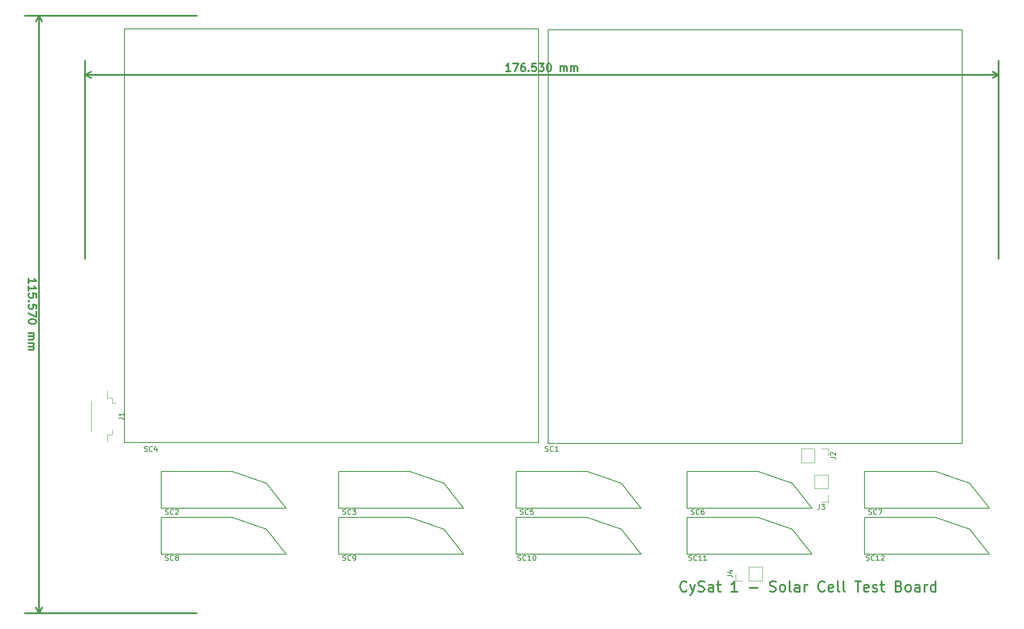
<source format=gbr>
G04 #@! TF.FileFunction,Legend,Top*
%FSLAX46Y46*%
G04 Gerber Fmt 4.6, Leading zero omitted, Abs format (unit mm)*
G04 Created by KiCad (PCBNEW 4.0.7) date Mon Jul  2 20:38:53 2018*
%MOMM*%
%LPD*%
G01*
G04 APERTURE LIST*
%ADD10C,0.100000*%
%ADD11C,0.300000*%
%ADD12C,0.150000*%
%ADD13C,0.120000*%
G04 APERTURE END LIST*
D10*
D11*
X89411429Y-70763573D02*
X89411429Y-69906430D01*
X89411429Y-70335002D02*
X90911429Y-70335002D01*
X90697143Y-70192145D01*
X90554286Y-70049287D01*
X90482857Y-69906430D01*
X89411429Y-72192144D02*
X89411429Y-71335001D01*
X89411429Y-71763573D02*
X90911429Y-71763573D01*
X90697143Y-71620716D01*
X90554286Y-71477858D01*
X90482857Y-71335001D01*
X90911429Y-73549287D02*
X90911429Y-72835001D01*
X90197143Y-72763572D01*
X90268571Y-72835001D01*
X90340000Y-72977858D01*
X90340000Y-73335001D01*
X90268571Y-73477858D01*
X90197143Y-73549287D01*
X90054286Y-73620715D01*
X89697143Y-73620715D01*
X89554286Y-73549287D01*
X89482857Y-73477858D01*
X89411429Y-73335001D01*
X89411429Y-72977858D01*
X89482857Y-72835001D01*
X89554286Y-72763572D01*
X89554286Y-74263572D02*
X89482857Y-74335000D01*
X89411429Y-74263572D01*
X89482857Y-74192143D01*
X89554286Y-74263572D01*
X89411429Y-74263572D01*
X90911429Y-75692144D02*
X90911429Y-74977858D01*
X90197143Y-74906429D01*
X90268571Y-74977858D01*
X90340000Y-75120715D01*
X90340000Y-75477858D01*
X90268571Y-75620715D01*
X90197143Y-75692144D01*
X90054286Y-75763572D01*
X89697143Y-75763572D01*
X89554286Y-75692144D01*
X89482857Y-75620715D01*
X89411429Y-75477858D01*
X89411429Y-75120715D01*
X89482857Y-74977858D01*
X89554286Y-74906429D01*
X90911429Y-76263572D02*
X90911429Y-77263572D01*
X89411429Y-76620715D01*
X90911429Y-78120714D02*
X90911429Y-78263571D01*
X90840000Y-78406428D01*
X90768571Y-78477857D01*
X90625714Y-78549286D01*
X90340000Y-78620714D01*
X89982857Y-78620714D01*
X89697143Y-78549286D01*
X89554286Y-78477857D01*
X89482857Y-78406428D01*
X89411429Y-78263571D01*
X89411429Y-78120714D01*
X89482857Y-77977857D01*
X89554286Y-77906428D01*
X89697143Y-77835000D01*
X89982857Y-77763571D01*
X90340000Y-77763571D01*
X90625714Y-77835000D01*
X90768571Y-77906428D01*
X90840000Y-77977857D01*
X90911429Y-78120714D01*
X89411429Y-80406428D02*
X90411429Y-80406428D01*
X90268571Y-80406428D02*
X90340000Y-80477856D01*
X90411429Y-80620714D01*
X90411429Y-80834999D01*
X90340000Y-80977856D01*
X90197143Y-81049285D01*
X89411429Y-81049285D01*
X90197143Y-81049285D02*
X90340000Y-81120714D01*
X90411429Y-81263571D01*
X90411429Y-81477856D01*
X90340000Y-81620714D01*
X90197143Y-81692142D01*
X89411429Y-81692142D01*
X89411429Y-82406428D02*
X90411429Y-82406428D01*
X90268571Y-82406428D02*
X90340000Y-82477856D01*
X90411429Y-82620714D01*
X90411429Y-82834999D01*
X90340000Y-82977856D01*
X90197143Y-83049285D01*
X89411429Y-83049285D01*
X90197143Y-83049285D02*
X90340000Y-83120714D01*
X90411429Y-83263571D01*
X90411429Y-83477856D01*
X90340000Y-83620714D01*
X90197143Y-83692142D01*
X89411429Y-83692142D01*
X91440000Y-19050000D02*
X91440000Y-134620000D01*
X121920000Y-19050000D02*
X88740000Y-19050000D01*
X121920000Y-134620000D02*
X88740000Y-134620000D01*
X91440000Y-134620000D02*
X90853579Y-133493496D01*
X91440000Y-134620000D02*
X92026421Y-133493496D01*
X91440000Y-19050000D02*
X90853579Y-20176504D01*
X91440000Y-19050000D02*
X92026421Y-20176504D01*
X182523573Y-29808571D02*
X181666430Y-29808571D01*
X182095002Y-29808571D02*
X182095002Y-28308571D01*
X181952145Y-28522857D01*
X181809287Y-28665714D01*
X181666430Y-28737143D01*
X183023573Y-28308571D02*
X184023573Y-28308571D01*
X183380716Y-29808571D01*
X185237858Y-28308571D02*
X184952144Y-28308571D01*
X184809287Y-28380000D01*
X184737858Y-28451429D01*
X184595001Y-28665714D01*
X184523572Y-28951429D01*
X184523572Y-29522857D01*
X184595001Y-29665714D01*
X184666429Y-29737143D01*
X184809287Y-29808571D01*
X185095001Y-29808571D01*
X185237858Y-29737143D01*
X185309287Y-29665714D01*
X185380715Y-29522857D01*
X185380715Y-29165714D01*
X185309287Y-29022857D01*
X185237858Y-28951429D01*
X185095001Y-28880000D01*
X184809287Y-28880000D01*
X184666429Y-28951429D01*
X184595001Y-29022857D01*
X184523572Y-29165714D01*
X186023572Y-29665714D02*
X186095000Y-29737143D01*
X186023572Y-29808571D01*
X185952143Y-29737143D01*
X186023572Y-29665714D01*
X186023572Y-29808571D01*
X187452144Y-28308571D02*
X186737858Y-28308571D01*
X186666429Y-29022857D01*
X186737858Y-28951429D01*
X186880715Y-28880000D01*
X187237858Y-28880000D01*
X187380715Y-28951429D01*
X187452144Y-29022857D01*
X187523572Y-29165714D01*
X187523572Y-29522857D01*
X187452144Y-29665714D01*
X187380715Y-29737143D01*
X187237858Y-29808571D01*
X186880715Y-29808571D01*
X186737858Y-29737143D01*
X186666429Y-29665714D01*
X188023572Y-28308571D02*
X188952143Y-28308571D01*
X188452143Y-28880000D01*
X188666429Y-28880000D01*
X188809286Y-28951429D01*
X188880715Y-29022857D01*
X188952143Y-29165714D01*
X188952143Y-29522857D01*
X188880715Y-29665714D01*
X188809286Y-29737143D01*
X188666429Y-29808571D01*
X188237857Y-29808571D01*
X188095000Y-29737143D01*
X188023572Y-29665714D01*
X189880714Y-28308571D02*
X190023571Y-28308571D01*
X190166428Y-28380000D01*
X190237857Y-28451429D01*
X190309286Y-28594286D01*
X190380714Y-28880000D01*
X190380714Y-29237143D01*
X190309286Y-29522857D01*
X190237857Y-29665714D01*
X190166428Y-29737143D01*
X190023571Y-29808571D01*
X189880714Y-29808571D01*
X189737857Y-29737143D01*
X189666428Y-29665714D01*
X189595000Y-29522857D01*
X189523571Y-29237143D01*
X189523571Y-28880000D01*
X189595000Y-28594286D01*
X189666428Y-28451429D01*
X189737857Y-28380000D01*
X189880714Y-28308571D01*
X192166428Y-29808571D02*
X192166428Y-28808571D01*
X192166428Y-28951429D02*
X192237856Y-28880000D01*
X192380714Y-28808571D01*
X192594999Y-28808571D01*
X192737856Y-28880000D01*
X192809285Y-29022857D01*
X192809285Y-29808571D01*
X192809285Y-29022857D02*
X192880714Y-28880000D01*
X193023571Y-28808571D01*
X193237856Y-28808571D01*
X193380714Y-28880000D01*
X193452142Y-29022857D01*
X193452142Y-29808571D01*
X194166428Y-29808571D02*
X194166428Y-28808571D01*
X194166428Y-28951429D02*
X194237856Y-28880000D01*
X194380714Y-28808571D01*
X194594999Y-28808571D01*
X194737856Y-28880000D01*
X194809285Y-29022857D01*
X194809285Y-29808571D01*
X194809285Y-29022857D02*
X194880714Y-28880000D01*
X195023571Y-28808571D01*
X195237856Y-28808571D01*
X195380714Y-28880000D01*
X195452142Y-29022857D01*
X195452142Y-29808571D01*
X276860000Y-30480000D02*
X100330000Y-30480000D01*
X276860000Y-66040000D02*
X276860000Y-27780000D01*
X100330000Y-66040000D02*
X100330000Y-27780000D01*
X100330000Y-30480000D02*
X101456504Y-29893579D01*
X100330000Y-30480000D02*
X101456504Y-31066421D01*
X276860000Y-30480000D02*
X275733496Y-29893579D01*
X276860000Y-30480000D02*
X275733496Y-31066421D01*
X216553808Y-130254286D02*
X216458570Y-130349524D01*
X216172855Y-130444762D01*
X215982379Y-130444762D01*
X215696665Y-130349524D01*
X215506189Y-130159048D01*
X215410950Y-129968571D01*
X215315712Y-129587619D01*
X215315712Y-129301905D01*
X215410950Y-128920952D01*
X215506189Y-128730476D01*
X215696665Y-128540000D01*
X215982379Y-128444762D01*
X216172855Y-128444762D01*
X216458570Y-128540000D01*
X216553808Y-128635238D01*
X217220474Y-129111429D02*
X217696665Y-130444762D01*
X218172855Y-129111429D02*
X217696665Y-130444762D01*
X217506189Y-130920952D01*
X217410950Y-131016190D01*
X217220474Y-131111429D01*
X218839522Y-130349524D02*
X219125237Y-130444762D01*
X219601427Y-130444762D01*
X219791903Y-130349524D01*
X219887141Y-130254286D01*
X219982380Y-130063810D01*
X219982380Y-129873333D01*
X219887141Y-129682857D01*
X219791903Y-129587619D01*
X219601427Y-129492381D01*
X219220475Y-129397143D01*
X219029999Y-129301905D01*
X218934760Y-129206667D01*
X218839522Y-129016190D01*
X218839522Y-128825714D01*
X218934760Y-128635238D01*
X219029999Y-128540000D01*
X219220475Y-128444762D01*
X219696665Y-128444762D01*
X219982380Y-128540000D01*
X221696665Y-130444762D02*
X221696665Y-129397143D01*
X221601427Y-129206667D01*
X221410951Y-129111429D01*
X221029999Y-129111429D01*
X220839522Y-129206667D01*
X221696665Y-130349524D02*
X221506189Y-130444762D01*
X221029999Y-130444762D01*
X220839522Y-130349524D01*
X220744284Y-130159048D01*
X220744284Y-129968571D01*
X220839522Y-129778095D01*
X221029999Y-129682857D01*
X221506189Y-129682857D01*
X221696665Y-129587619D01*
X222363332Y-129111429D02*
X223125237Y-129111429D01*
X222649046Y-128444762D02*
X222649046Y-130159048D01*
X222744285Y-130349524D01*
X222934761Y-130444762D01*
X223125237Y-130444762D01*
X226363333Y-130444762D02*
X225220475Y-130444762D01*
X225791904Y-130444762D02*
X225791904Y-128444762D01*
X225601428Y-128730476D01*
X225410952Y-128920952D01*
X225220475Y-129016190D01*
X228744285Y-129682857D02*
X230268095Y-129682857D01*
X232649047Y-130349524D02*
X232934762Y-130444762D01*
X233410952Y-130444762D01*
X233601428Y-130349524D01*
X233696666Y-130254286D01*
X233791905Y-130063810D01*
X233791905Y-129873333D01*
X233696666Y-129682857D01*
X233601428Y-129587619D01*
X233410952Y-129492381D01*
X233030000Y-129397143D01*
X232839524Y-129301905D01*
X232744285Y-129206667D01*
X232649047Y-129016190D01*
X232649047Y-128825714D01*
X232744285Y-128635238D01*
X232839524Y-128540000D01*
X233030000Y-128444762D01*
X233506190Y-128444762D01*
X233791905Y-128540000D01*
X234934762Y-130444762D02*
X234744286Y-130349524D01*
X234649047Y-130254286D01*
X234553809Y-130063810D01*
X234553809Y-129492381D01*
X234649047Y-129301905D01*
X234744286Y-129206667D01*
X234934762Y-129111429D01*
X235220476Y-129111429D01*
X235410952Y-129206667D01*
X235506190Y-129301905D01*
X235601428Y-129492381D01*
X235601428Y-130063810D01*
X235506190Y-130254286D01*
X235410952Y-130349524D01*
X235220476Y-130444762D01*
X234934762Y-130444762D01*
X236744286Y-130444762D02*
X236553810Y-130349524D01*
X236458571Y-130159048D01*
X236458571Y-128444762D01*
X238363333Y-130444762D02*
X238363333Y-129397143D01*
X238268095Y-129206667D01*
X238077619Y-129111429D01*
X237696667Y-129111429D01*
X237506190Y-129206667D01*
X238363333Y-130349524D02*
X238172857Y-130444762D01*
X237696667Y-130444762D01*
X237506190Y-130349524D01*
X237410952Y-130159048D01*
X237410952Y-129968571D01*
X237506190Y-129778095D01*
X237696667Y-129682857D01*
X238172857Y-129682857D01*
X238363333Y-129587619D01*
X239315714Y-130444762D02*
X239315714Y-129111429D01*
X239315714Y-129492381D02*
X239410953Y-129301905D01*
X239506191Y-129206667D01*
X239696667Y-129111429D01*
X239887143Y-129111429D01*
X243220477Y-130254286D02*
X243125239Y-130349524D01*
X242839524Y-130444762D01*
X242649048Y-130444762D01*
X242363334Y-130349524D01*
X242172858Y-130159048D01*
X242077619Y-129968571D01*
X241982381Y-129587619D01*
X241982381Y-129301905D01*
X242077619Y-128920952D01*
X242172858Y-128730476D01*
X242363334Y-128540000D01*
X242649048Y-128444762D01*
X242839524Y-128444762D01*
X243125239Y-128540000D01*
X243220477Y-128635238D01*
X244839524Y-130349524D02*
X244649048Y-130444762D01*
X244268096Y-130444762D01*
X244077619Y-130349524D01*
X243982381Y-130159048D01*
X243982381Y-129397143D01*
X244077619Y-129206667D01*
X244268096Y-129111429D01*
X244649048Y-129111429D01*
X244839524Y-129206667D01*
X244934762Y-129397143D01*
X244934762Y-129587619D01*
X243982381Y-129778095D01*
X246077620Y-130444762D02*
X245887144Y-130349524D01*
X245791905Y-130159048D01*
X245791905Y-128444762D01*
X247125239Y-130444762D02*
X246934763Y-130349524D01*
X246839524Y-130159048D01*
X246839524Y-128444762D01*
X249125239Y-128444762D02*
X250268096Y-128444762D01*
X249696668Y-130444762D02*
X249696668Y-128444762D01*
X251696668Y-130349524D02*
X251506192Y-130444762D01*
X251125240Y-130444762D01*
X250934763Y-130349524D01*
X250839525Y-130159048D01*
X250839525Y-129397143D01*
X250934763Y-129206667D01*
X251125240Y-129111429D01*
X251506192Y-129111429D01*
X251696668Y-129206667D01*
X251791906Y-129397143D01*
X251791906Y-129587619D01*
X250839525Y-129778095D01*
X252553811Y-130349524D02*
X252744288Y-130444762D01*
X253125240Y-130444762D01*
X253315716Y-130349524D01*
X253410954Y-130159048D01*
X253410954Y-130063810D01*
X253315716Y-129873333D01*
X253125240Y-129778095D01*
X252839526Y-129778095D01*
X252649049Y-129682857D01*
X252553811Y-129492381D01*
X252553811Y-129397143D01*
X252649049Y-129206667D01*
X252839526Y-129111429D01*
X253125240Y-129111429D01*
X253315716Y-129206667D01*
X253982383Y-129111429D02*
X254744288Y-129111429D01*
X254268097Y-128444762D02*
X254268097Y-130159048D01*
X254363336Y-130349524D01*
X254553812Y-130444762D01*
X254744288Y-130444762D01*
X257601431Y-129397143D02*
X257887145Y-129492381D01*
X257982384Y-129587619D01*
X258077622Y-129778095D01*
X258077622Y-130063810D01*
X257982384Y-130254286D01*
X257887145Y-130349524D01*
X257696669Y-130444762D01*
X256934764Y-130444762D01*
X256934764Y-128444762D01*
X257601431Y-128444762D01*
X257791907Y-128540000D01*
X257887145Y-128635238D01*
X257982384Y-128825714D01*
X257982384Y-129016190D01*
X257887145Y-129206667D01*
X257791907Y-129301905D01*
X257601431Y-129397143D01*
X256934764Y-129397143D01*
X259220479Y-130444762D02*
X259030003Y-130349524D01*
X258934764Y-130254286D01*
X258839526Y-130063810D01*
X258839526Y-129492381D01*
X258934764Y-129301905D01*
X259030003Y-129206667D01*
X259220479Y-129111429D01*
X259506193Y-129111429D01*
X259696669Y-129206667D01*
X259791907Y-129301905D01*
X259887145Y-129492381D01*
X259887145Y-130063810D01*
X259791907Y-130254286D01*
X259696669Y-130349524D01*
X259506193Y-130444762D01*
X259220479Y-130444762D01*
X261601431Y-130444762D02*
X261601431Y-129397143D01*
X261506193Y-129206667D01*
X261315717Y-129111429D01*
X260934765Y-129111429D01*
X260744288Y-129206667D01*
X261601431Y-130349524D02*
X261410955Y-130444762D01*
X260934765Y-130444762D01*
X260744288Y-130349524D01*
X260649050Y-130159048D01*
X260649050Y-129968571D01*
X260744288Y-129778095D01*
X260934765Y-129682857D01*
X261410955Y-129682857D01*
X261601431Y-129587619D01*
X262553812Y-130444762D02*
X262553812Y-129111429D01*
X262553812Y-129492381D02*
X262649051Y-129301905D01*
X262744289Y-129206667D01*
X262934765Y-129111429D01*
X263125241Y-129111429D01*
X264649050Y-130444762D02*
X264649050Y-128444762D01*
X264649050Y-130349524D02*
X264458574Y-130444762D01*
X264077622Y-130444762D01*
X263887146Y-130349524D01*
X263791907Y-130254286D01*
X263696669Y-130063810D01*
X263696669Y-129492381D01*
X263791907Y-129301905D01*
X263887146Y-129206667D01*
X264077622Y-129111429D01*
X264458574Y-129111429D01*
X264649050Y-129206667D01*
D12*
X189788800Y-101803200D02*
X189788800Y-21793200D01*
X189788800Y-21793200D02*
X269798800Y-21793200D01*
X269798800Y-21793200D02*
X269798800Y-101803200D01*
X269798800Y-101803200D02*
X189788800Y-101803200D01*
X115062000Y-114300000D02*
X115062000Y-107188000D01*
X115062000Y-107188000D02*
X128778000Y-107188000D01*
X128778000Y-107188000D02*
X135382000Y-109474000D01*
X135382000Y-109474000D02*
X139192000Y-114300000D01*
X139192000Y-114300000D02*
X115062000Y-114300000D01*
X149352000Y-114300000D02*
X149352000Y-107188000D01*
X149352000Y-107188000D02*
X163068000Y-107188000D01*
X163068000Y-107188000D02*
X169672000Y-109474000D01*
X169672000Y-109474000D02*
X173482000Y-114300000D01*
X173482000Y-114300000D02*
X149352000Y-114300000D01*
X107950000Y-101600000D02*
X107950000Y-21590000D01*
X107950000Y-21590000D02*
X187960000Y-21590000D01*
X187960000Y-21590000D02*
X187960000Y-101600000D01*
X187960000Y-101600000D02*
X107950000Y-101600000D01*
X183642000Y-114300000D02*
X183642000Y-107188000D01*
X183642000Y-107188000D02*
X197358000Y-107188000D01*
X197358000Y-107188000D02*
X203962000Y-109474000D01*
X203962000Y-109474000D02*
X207772000Y-114300000D01*
X207772000Y-114300000D02*
X183642000Y-114300000D01*
X216662000Y-114300000D02*
X216662000Y-107188000D01*
X216662000Y-107188000D02*
X230378000Y-107188000D01*
X230378000Y-107188000D02*
X236982000Y-109474000D01*
X236982000Y-109474000D02*
X240792000Y-114300000D01*
X240792000Y-114300000D02*
X216662000Y-114300000D01*
X250952000Y-114300000D02*
X250952000Y-107188000D01*
X250952000Y-107188000D02*
X264668000Y-107188000D01*
X264668000Y-107188000D02*
X271272000Y-109474000D01*
X271272000Y-109474000D02*
X275082000Y-114300000D01*
X275082000Y-114300000D02*
X250952000Y-114300000D01*
X115062000Y-123190000D02*
X115062000Y-116078000D01*
X115062000Y-116078000D02*
X128778000Y-116078000D01*
X128778000Y-116078000D02*
X135382000Y-118364000D01*
X135382000Y-118364000D02*
X139192000Y-123190000D01*
X139192000Y-123190000D02*
X115062000Y-123190000D01*
X149352000Y-123190000D02*
X149352000Y-116078000D01*
X149352000Y-116078000D02*
X163068000Y-116078000D01*
X163068000Y-116078000D02*
X169672000Y-118364000D01*
X169672000Y-118364000D02*
X173482000Y-123190000D01*
X173482000Y-123190000D02*
X149352000Y-123190000D01*
X183642000Y-123190000D02*
X183642000Y-116078000D01*
X183642000Y-116078000D02*
X197358000Y-116078000D01*
X197358000Y-116078000D02*
X203962000Y-118364000D01*
X203962000Y-118364000D02*
X207772000Y-123190000D01*
X207772000Y-123190000D02*
X183642000Y-123190000D01*
X216662000Y-123190000D02*
X216662000Y-116078000D01*
X216662000Y-116078000D02*
X230378000Y-116078000D01*
X230378000Y-116078000D02*
X236982000Y-118364000D01*
X236982000Y-118364000D02*
X240792000Y-123190000D01*
X240792000Y-123190000D02*
X216662000Y-123190000D01*
X250952000Y-123190000D02*
X250952000Y-116078000D01*
X250952000Y-116078000D02*
X264668000Y-116078000D01*
X264668000Y-116078000D02*
X271272000Y-118364000D01*
X271272000Y-118364000D02*
X275082000Y-123190000D01*
X275082000Y-123190000D02*
X250952000Y-123190000D01*
D13*
X243900000Y-107890000D02*
X241240000Y-107890000D01*
X243900000Y-110490000D02*
X243900000Y-107890000D01*
X241240000Y-110490000D02*
X241240000Y-107890000D01*
X243900000Y-110490000D02*
X241240000Y-110490000D01*
X243900000Y-111760000D02*
X243900000Y-113090000D01*
X243900000Y-113090000D02*
X242570000Y-113090000D01*
X231200000Y-128330000D02*
X231200000Y-125670000D01*
X228600000Y-128330000D02*
X231200000Y-128330000D01*
X228600000Y-125670000D02*
X231200000Y-125670000D01*
X228600000Y-128330000D02*
X228600000Y-125670000D01*
X227330000Y-128330000D02*
X226000000Y-128330000D01*
X226000000Y-128330000D02*
X226000000Y-127000000D01*
X105515000Y-99095000D02*
X105515000Y-100045000D01*
X105515000Y-100045000D02*
X104615000Y-100045000D01*
X104615000Y-100045000D02*
X104615000Y-101545000D01*
X105515000Y-93945000D02*
X105515000Y-92995000D01*
X105515000Y-92995000D02*
X104615000Y-92995000D01*
X104615000Y-92995000D02*
X104615000Y-91495000D01*
X101515000Y-93545000D02*
X101515000Y-99495000D01*
X105515000Y-93945000D02*
X106265000Y-93945000D01*
X238700000Y-102810000D02*
X238700000Y-105470000D01*
X241300000Y-102810000D02*
X238700000Y-102810000D01*
X241300000Y-105470000D02*
X238700000Y-105470000D01*
X241300000Y-102810000D02*
X241300000Y-105470000D01*
X242570000Y-102810000D02*
X243900000Y-102810000D01*
X243900000Y-102810000D02*
X243900000Y-104140000D01*
D12*
X189238095Y-103274762D02*
X189380952Y-103322381D01*
X189619048Y-103322381D01*
X189714286Y-103274762D01*
X189761905Y-103227143D01*
X189809524Y-103131905D01*
X189809524Y-103036667D01*
X189761905Y-102941429D01*
X189714286Y-102893810D01*
X189619048Y-102846190D01*
X189428571Y-102798571D01*
X189333333Y-102750952D01*
X189285714Y-102703333D01*
X189238095Y-102608095D01*
X189238095Y-102512857D01*
X189285714Y-102417619D01*
X189333333Y-102370000D01*
X189428571Y-102322381D01*
X189666667Y-102322381D01*
X189809524Y-102370000D01*
X190809524Y-103227143D02*
X190761905Y-103274762D01*
X190619048Y-103322381D01*
X190523810Y-103322381D01*
X190380952Y-103274762D01*
X190285714Y-103179524D01*
X190238095Y-103084286D01*
X190190476Y-102893810D01*
X190190476Y-102750952D01*
X190238095Y-102560476D01*
X190285714Y-102465238D01*
X190380952Y-102370000D01*
X190523810Y-102322381D01*
X190619048Y-102322381D01*
X190761905Y-102370000D01*
X190809524Y-102417619D01*
X191761905Y-103322381D02*
X191190476Y-103322381D01*
X191476190Y-103322381D02*
X191476190Y-102322381D01*
X191380952Y-102465238D01*
X191285714Y-102560476D01*
X191190476Y-102608095D01*
X115832095Y-115466762D02*
X115974952Y-115514381D01*
X116213048Y-115514381D01*
X116308286Y-115466762D01*
X116355905Y-115419143D01*
X116403524Y-115323905D01*
X116403524Y-115228667D01*
X116355905Y-115133429D01*
X116308286Y-115085810D01*
X116213048Y-115038190D01*
X116022571Y-114990571D01*
X115927333Y-114942952D01*
X115879714Y-114895333D01*
X115832095Y-114800095D01*
X115832095Y-114704857D01*
X115879714Y-114609619D01*
X115927333Y-114562000D01*
X116022571Y-114514381D01*
X116260667Y-114514381D01*
X116403524Y-114562000D01*
X117403524Y-115419143D02*
X117355905Y-115466762D01*
X117213048Y-115514381D01*
X117117810Y-115514381D01*
X116974952Y-115466762D01*
X116879714Y-115371524D01*
X116832095Y-115276286D01*
X116784476Y-115085810D01*
X116784476Y-114942952D01*
X116832095Y-114752476D01*
X116879714Y-114657238D01*
X116974952Y-114562000D01*
X117117810Y-114514381D01*
X117213048Y-114514381D01*
X117355905Y-114562000D01*
X117403524Y-114609619D01*
X117784476Y-114609619D02*
X117832095Y-114562000D01*
X117927333Y-114514381D01*
X118165429Y-114514381D01*
X118260667Y-114562000D01*
X118308286Y-114609619D01*
X118355905Y-114704857D01*
X118355905Y-114800095D01*
X118308286Y-114942952D01*
X117736857Y-115514381D01*
X118355905Y-115514381D01*
X150122095Y-115466762D02*
X150264952Y-115514381D01*
X150503048Y-115514381D01*
X150598286Y-115466762D01*
X150645905Y-115419143D01*
X150693524Y-115323905D01*
X150693524Y-115228667D01*
X150645905Y-115133429D01*
X150598286Y-115085810D01*
X150503048Y-115038190D01*
X150312571Y-114990571D01*
X150217333Y-114942952D01*
X150169714Y-114895333D01*
X150122095Y-114800095D01*
X150122095Y-114704857D01*
X150169714Y-114609619D01*
X150217333Y-114562000D01*
X150312571Y-114514381D01*
X150550667Y-114514381D01*
X150693524Y-114562000D01*
X151693524Y-115419143D02*
X151645905Y-115466762D01*
X151503048Y-115514381D01*
X151407810Y-115514381D01*
X151264952Y-115466762D01*
X151169714Y-115371524D01*
X151122095Y-115276286D01*
X151074476Y-115085810D01*
X151074476Y-114942952D01*
X151122095Y-114752476D01*
X151169714Y-114657238D01*
X151264952Y-114562000D01*
X151407810Y-114514381D01*
X151503048Y-114514381D01*
X151645905Y-114562000D01*
X151693524Y-114609619D01*
X152026857Y-114514381D02*
X152645905Y-114514381D01*
X152312571Y-114895333D01*
X152455429Y-114895333D01*
X152550667Y-114942952D01*
X152598286Y-114990571D01*
X152645905Y-115085810D01*
X152645905Y-115323905D01*
X152598286Y-115419143D01*
X152550667Y-115466762D01*
X152455429Y-115514381D01*
X152169714Y-115514381D01*
X152074476Y-115466762D01*
X152026857Y-115419143D01*
X111768095Y-103274762D02*
X111910952Y-103322381D01*
X112149048Y-103322381D01*
X112244286Y-103274762D01*
X112291905Y-103227143D01*
X112339524Y-103131905D01*
X112339524Y-103036667D01*
X112291905Y-102941429D01*
X112244286Y-102893810D01*
X112149048Y-102846190D01*
X111958571Y-102798571D01*
X111863333Y-102750952D01*
X111815714Y-102703333D01*
X111768095Y-102608095D01*
X111768095Y-102512857D01*
X111815714Y-102417619D01*
X111863333Y-102370000D01*
X111958571Y-102322381D01*
X112196667Y-102322381D01*
X112339524Y-102370000D01*
X113339524Y-103227143D02*
X113291905Y-103274762D01*
X113149048Y-103322381D01*
X113053810Y-103322381D01*
X112910952Y-103274762D01*
X112815714Y-103179524D01*
X112768095Y-103084286D01*
X112720476Y-102893810D01*
X112720476Y-102750952D01*
X112768095Y-102560476D01*
X112815714Y-102465238D01*
X112910952Y-102370000D01*
X113053810Y-102322381D01*
X113149048Y-102322381D01*
X113291905Y-102370000D01*
X113339524Y-102417619D01*
X114196667Y-102655714D02*
X114196667Y-103322381D01*
X113958571Y-102274762D02*
X113720476Y-102989048D01*
X114339524Y-102989048D01*
X184412095Y-115466762D02*
X184554952Y-115514381D01*
X184793048Y-115514381D01*
X184888286Y-115466762D01*
X184935905Y-115419143D01*
X184983524Y-115323905D01*
X184983524Y-115228667D01*
X184935905Y-115133429D01*
X184888286Y-115085810D01*
X184793048Y-115038190D01*
X184602571Y-114990571D01*
X184507333Y-114942952D01*
X184459714Y-114895333D01*
X184412095Y-114800095D01*
X184412095Y-114704857D01*
X184459714Y-114609619D01*
X184507333Y-114562000D01*
X184602571Y-114514381D01*
X184840667Y-114514381D01*
X184983524Y-114562000D01*
X185983524Y-115419143D02*
X185935905Y-115466762D01*
X185793048Y-115514381D01*
X185697810Y-115514381D01*
X185554952Y-115466762D01*
X185459714Y-115371524D01*
X185412095Y-115276286D01*
X185364476Y-115085810D01*
X185364476Y-114942952D01*
X185412095Y-114752476D01*
X185459714Y-114657238D01*
X185554952Y-114562000D01*
X185697810Y-114514381D01*
X185793048Y-114514381D01*
X185935905Y-114562000D01*
X185983524Y-114609619D01*
X186888286Y-114514381D02*
X186412095Y-114514381D01*
X186364476Y-114990571D01*
X186412095Y-114942952D01*
X186507333Y-114895333D01*
X186745429Y-114895333D01*
X186840667Y-114942952D01*
X186888286Y-114990571D01*
X186935905Y-115085810D01*
X186935905Y-115323905D01*
X186888286Y-115419143D01*
X186840667Y-115466762D01*
X186745429Y-115514381D01*
X186507333Y-115514381D01*
X186412095Y-115466762D01*
X186364476Y-115419143D01*
X217432095Y-115466762D02*
X217574952Y-115514381D01*
X217813048Y-115514381D01*
X217908286Y-115466762D01*
X217955905Y-115419143D01*
X218003524Y-115323905D01*
X218003524Y-115228667D01*
X217955905Y-115133429D01*
X217908286Y-115085810D01*
X217813048Y-115038190D01*
X217622571Y-114990571D01*
X217527333Y-114942952D01*
X217479714Y-114895333D01*
X217432095Y-114800095D01*
X217432095Y-114704857D01*
X217479714Y-114609619D01*
X217527333Y-114562000D01*
X217622571Y-114514381D01*
X217860667Y-114514381D01*
X218003524Y-114562000D01*
X219003524Y-115419143D02*
X218955905Y-115466762D01*
X218813048Y-115514381D01*
X218717810Y-115514381D01*
X218574952Y-115466762D01*
X218479714Y-115371524D01*
X218432095Y-115276286D01*
X218384476Y-115085810D01*
X218384476Y-114942952D01*
X218432095Y-114752476D01*
X218479714Y-114657238D01*
X218574952Y-114562000D01*
X218717810Y-114514381D01*
X218813048Y-114514381D01*
X218955905Y-114562000D01*
X219003524Y-114609619D01*
X219860667Y-114514381D02*
X219670190Y-114514381D01*
X219574952Y-114562000D01*
X219527333Y-114609619D01*
X219432095Y-114752476D01*
X219384476Y-114942952D01*
X219384476Y-115323905D01*
X219432095Y-115419143D01*
X219479714Y-115466762D01*
X219574952Y-115514381D01*
X219765429Y-115514381D01*
X219860667Y-115466762D01*
X219908286Y-115419143D01*
X219955905Y-115323905D01*
X219955905Y-115085810D01*
X219908286Y-114990571D01*
X219860667Y-114942952D01*
X219765429Y-114895333D01*
X219574952Y-114895333D01*
X219479714Y-114942952D01*
X219432095Y-114990571D01*
X219384476Y-115085810D01*
X251722095Y-115466762D02*
X251864952Y-115514381D01*
X252103048Y-115514381D01*
X252198286Y-115466762D01*
X252245905Y-115419143D01*
X252293524Y-115323905D01*
X252293524Y-115228667D01*
X252245905Y-115133429D01*
X252198286Y-115085810D01*
X252103048Y-115038190D01*
X251912571Y-114990571D01*
X251817333Y-114942952D01*
X251769714Y-114895333D01*
X251722095Y-114800095D01*
X251722095Y-114704857D01*
X251769714Y-114609619D01*
X251817333Y-114562000D01*
X251912571Y-114514381D01*
X252150667Y-114514381D01*
X252293524Y-114562000D01*
X253293524Y-115419143D02*
X253245905Y-115466762D01*
X253103048Y-115514381D01*
X253007810Y-115514381D01*
X252864952Y-115466762D01*
X252769714Y-115371524D01*
X252722095Y-115276286D01*
X252674476Y-115085810D01*
X252674476Y-114942952D01*
X252722095Y-114752476D01*
X252769714Y-114657238D01*
X252864952Y-114562000D01*
X253007810Y-114514381D01*
X253103048Y-114514381D01*
X253245905Y-114562000D01*
X253293524Y-114609619D01*
X253626857Y-114514381D02*
X254293524Y-114514381D01*
X253864952Y-115514381D01*
X115832095Y-124356762D02*
X115974952Y-124404381D01*
X116213048Y-124404381D01*
X116308286Y-124356762D01*
X116355905Y-124309143D01*
X116403524Y-124213905D01*
X116403524Y-124118667D01*
X116355905Y-124023429D01*
X116308286Y-123975810D01*
X116213048Y-123928190D01*
X116022571Y-123880571D01*
X115927333Y-123832952D01*
X115879714Y-123785333D01*
X115832095Y-123690095D01*
X115832095Y-123594857D01*
X115879714Y-123499619D01*
X115927333Y-123452000D01*
X116022571Y-123404381D01*
X116260667Y-123404381D01*
X116403524Y-123452000D01*
X117403524Y-124309143D02*
X117355905Y-124356762D01*
X117213048Y-124404381D01*
X117117810Y-124404381D01*
X116974952Y-124356762D01*
X116879714Y-124261524D01*
X116832095Y-124166286D01*
X116784476Y-123975810D01*
X116784476Y-123832952D01*
X116832095Y-123642476D01*
X116879714Y-123547238D01*
X116974952Y-123452000D01*
X117117810Y-123404381D01*
X117213048Y-123404381D01*
X117355905Y-123452000D01*
X117403524Y-123499619D01*
X117974952Y-123832952D02*
X117879714Y-123785333D01*
X117832095Y-123737714D01*
X117784476Y-123642476D01*
X117784476Y-123594857D01*
X117832095Y-123499619D01*
X117879714Y-123452000D01*
X117974952Y-123404381D01*
X118165429Y-123404381D01*
X118260667Y-123452000D01*
X118308286Y-123499619D01*
X118355905Y-123594857D01*
X118355905Y-123642476D01*
X118308286Y-123737714D01*
X118260667Y-123785333D01*
X118165429Y-123832952D01*
X117974952Y-123832952D01*
X117879714Y-123880571D01*
X117832095Y-123928190D01*
X117784476Y-124023429D01*
X117784476Y-124213905D01*
X117832095Y-124309143D01*
X117879714Y-124356762D01*
X117974952Y-124404381D01*
X118165429Y-124404381D01*
X118260667Y-124356762D01*
X118308286Y-124309143D01*
X118355905Y-124213905D01*
X118355905Y-124023429D01*
X118308286Y-123928190D01*
X118260667Y-123880571D01*
X118165429Y-123832952D01*
X150122095Y-124356762D02*
X150264952Y-124404381D01*
X150503048Y-124404381D01*
X150598286Y-124356762D01*
X150645905Y-124309143D01*
X150693524Y-124213905D01*
X150693524Y-124118667D01*
X150645905Y-124023429D01*
X150598286Y-123975810D01*
X150503048Y-123928190D01*
X150312571Y-123880571D01*
X150217333Y-123832952D01*
X150169714Y-123785333D01*
X150122095Y-123690095D01*
X150122095Y-123594857D01*
X150169714Y-123499619D01*
X150217333Y-123452000D01*
X150312571Y-123404381D01*
X150550667Y-123404381D01*
X150693524Y-123452000D01*
X151693524Y-124309143D02*
X151645905Y-124356762D01*
X151503048Y-124404381D01*
X151407810Y-124404381D01*
X151264952Y-124356762D01*
X151169714Y-124261524D01*
X151122095Y-124166286D01*
X151074476Y-123975810D01*
X151074476Y-123832952D01*
X151122095Y-123642476D01*
X151169714Y-123547238D01*
X151264952Y-123452000D01*
X151407810Y-123404381D01*
X151503048Y-123404381D01*
X151645905Y-123452000D01*
X151693524Y-123499619D01*
X152169714Y-124404381D02*
X152360190Y-124404381D01*
X152455429Y-124356762D01*
X152503048Y-124309143D01*
X152598286Y-124166286D01*
X152645905Y-123975810D01*
X152645905Y-123594857D01*
X152598286Y-123499619D01*
X152550667Y-123452000D01*
X152455429Y-123404381D01*
X152264952Y-123404381D01*
X152169714Y-123452000D01*
X152122095Y-123499619D01*
X152074476Y-123594857D01*
X152074476Y-123832952D01*
X152122095Y-123928190D01*
X152169714Y-123975810D01*
X152264952Y-124023429D01*
X152455429Y-124023429D01*
X152550667Y-123975810D01*
X152598286Y-123928190D01*
X152645905Y-123832952D01*
X183935905Y-124356762D02*
X184078762Y-124404381D01*
X184316858Y-124404381D01*
X184412096Y-124356762D01*
X184459715Y-124309143D01*
X184507334Y-124213905D01*
X184507334Y-124118667D01*
X184459715Y-124023429D01*
X184412096Y-123975810D01*
X184316858Y-123928190D01*
X184126381Y-123880571D01*
X184031143Y-123832952D01*
X183983524Y-123785333D01*
X183935905Y-123690095D01*
X183935905Y-123594857D01*
X183983524Y-123499619D01*
X184031143Y-123452000D01*
X184126381Y-123404381D01*
X184364477Y-123404381D01*
X184507334Y-123452000D01*
X185507334Y-124309143D02*
X185459715Y-124356762D01*
X185316858Y-124404381D01*
X185221620Y-124404381D01*
X185078762Y-124356762D01*
X184983524Y-124261524D01*
X184935905Y-124166286D01*
X184888286Y-123975810D01*
X184888286Y-123832952D01*
X184935905Y-123642476D01*
X184983524Y-123547238D01*
X185078762Y-123452000D01*
X185221620Y-123404381D01*
X185316858Y-123404381D01*
X185459715Y-123452000D01*
X185507334Y-123499619D01*
X186459715Y-124404381D02*
X185888286Y-124404381D01*
X186174000Y-124404381D02*
X186174000Y-123404381D01*
X186078762Y-123547238D01*
X185983524Y-123642476D01*
X185888286Y-123690095D01*
X187078762Y-123404381D02*
X187174001Y-123404381D01*
X187269239Y-123452000D01*
X187316858Y-123499619D01*
X187364477Y-123594857D01*
X187412096Y-123785333D01*
X187412096Y-124023429D01*
X187364477Y-124213905D01*
X187316858Y-124309143D01*
X187269239Y-124356762D01*
X187174001Y-124404381D01*
X187078762Y-124404381D01*
X186983524Y-124356762D01*
X186935905Y-124309143D01*
X186888286Y-124213905D01*
X186840667Y-124023429D01*
X186840667Y-123785333D01*
X186888286Y-123594857D01*
X186935905Y-123499619D01*
X186983524Y-123452000D01*
X187078762Y-123404381D01*
X216955905Y-124356762D02*
X217098762Y-124404381D01*
X217336858Y-124404381D01*
X217432096Y-124356762D01*
X217479715Y-124309143D01*
X217527334Y-124213905D01*
X217527334Y-124118667D01*
X217479715Y-124023429D01*
X217432096Y-123975810D01*
X217336858Y-123928190D01*
X217146381Y-123880571D01*
X217051143Y-123832952D01*
X217003524Y-123785333D01*
X216955905Y-123690095D01*
X216955905Y-123594857D01*
X217003524Y-123499619D01*
X217051143Y-123452000D01*
X217146381Y-123404381D01*
X217384477Y-123404381D01*
X217527334Y-123452000D01*
X218527334Y-124309143D02*
X218479715Y-124356762D01*
X218336858Y-124404381D01*
X218241620Y-124404381D01*
X218098762Y-124356762D01*
X218003524Y-124261524D01*
X217955905Y-124166286D01*
X217908286Y-123975810D01*
X217908286Y-123832952D01*
X217955905Y-123642476D01*
X218003524Y-123547238D01*
X218098762Y-123452000D01*
X218241620Y-123404381D01*
X218336858Y-123404381D01*
X218479715Y-123452000D01*
X218527334Y-123499619D01*
X219479715Y-124404381D02*
X218908286Y-124404381D01*
X219194000Y-124404381D02*
X219194000Y-123404381D01*
X219098762Y-123547238D01*
X219003524Y-123642476D01*
X218908286Y-123690095D01*
X220432096Y-124404381D02*
X219860667Y-124404381D01*
X220146381Y-124404381D02*
X220146381Y-123404381D01*
X220051143Y-123547238D01*
X219955905Y-123642476D01*
X219860667Y-123690095D01*
X251245905Y-124356762D02*
X251388762Y-124404381D01*
X251626858Y-124404381D01*
X251722096Y-124356762D01*
X251769715Y-124309143D01*
X251817334Y-124213905D01*
X251817334Y-124118667D01*
X251769715Y-124023429D01*
X251722096Y-123975810D01*
X251626858Y-123928190D01*
X251436381Y-123880571D01*
X251341143Y-123832952D01*
X251293524Y-123785333D01*
X251245905Y-123690095D01*
X251245905Y-123594857D01*
X251293524Y-123499619D01*
X251341143Y-123452000D01*
X251436381Y-123404381D01*
X251674477Y-123404381D01*
X251817334Y-123452000D01*
X252817334Y-124309143D02*
X252769715Y-124356762D01*
X252626858Y-124404381D01*
X252531620Y-124404381D01*
X252388762Y-124356762D01*
X252293524Y-124261524D01*
X252245905Y-124166286D01*
X252198286Y-123975810D01*
X252198286Y-123832952D01*
X252245905Y-123642476D01*
X252293524Y-123547238D01*
X252388762Y-123452000D01*
X252531620Y-123404381D01*
X252626858Y-123404381D01*
X252769715Y-123452000D01*
X252817334Y-123499619D01*
X253769715Y-124404381D02*
X253198286Y-124404381D01*
X253484000Y-124404381D02*
X253484000Y-123404381D01*
X253388762Y-123547238D01*
X253293524Y-123642476D01*
X253198286Y-123690095D01*
X254150667Y-123499619D02*
X254198286Y-123452000D01*
X254293524Y-123404381D01*
X254531620Y-123404381D01*
X254626858Y-123452000D01*
X254674477Y-123499619D01*
X254722096Y-123594857D01*
X254722096Y-123690095D01*
X254674477Y-123832952D01*
X254103048Y-124404381D01*
X254722096Y-124404381D01*
X242236667Y-113542381D02*
X242236667Y-114256667D01*
X242189047Y-114399524D01*
X242093809Y-114494762D01*
X241950952Y-114542381D01*
X241855714Y-114542381D01*
X242617619Y-113542381D02*
X243236667Y-113542381D01*
X242903333Y-113923333D01*
X243046191Y-113923333D01*
X243141429Y-113970952D01*
X243189048Y-114018571D01*
X243236667Y-114113810D01*
X243236667Y-114351905D01*
X243189048Y-114447143D01*
X243141429Y-114494762D01*
X243046191Y-114542381D01*
X242760476Y-114542381D01*
X242665238Y-114494762D01*
X242617619Y-114447143D01*
X224452381Y-127333333D02*
X225166667Y-127333333D01*
X225309524Y-127380953D01*
X225404762Y-127476191D01*
X225452381Y-127619048D01*
X225452381Y-127714286D01*
X224785714Y-126428571D02*
X225452381Y-126428571D01*
X224404762Y-126666667D02*
X225119048Y-126904762D01*
X225119048Y-126285714D01*
X106842381Y-96853333D02*
X107556667Y-96853333D01*
X107699524Y-96900953D01*
X107794762Y-96996191D01*
X107842381Y-97139048D01*
X107842381Y-97234286D01*
X107842381Y-95853333D02*
X107842381Y-96424762D01*
X107842381Y-96139048D02*
X106842381Y-96139048D01*
X106985238Y-96234286D01*
X107080476Y-96329524D01*
X107128095Y-96424762D01*
X244352381Y-104473333D02*
X245066667Y-104473333D01*
X245209524Y-104520953D01*
X245304762Y-104616191D01*
X245352381Y-104759048D01*
X245352381Y-104854286D01*
X244447619Y-104044762D02*
X244400000Y-103997143D01*
X244352381Y-103901905D01*
X244352381Y-103663809D01*
X244400000Y-103568571D01*
X244447619Y-103520952D01*
X244542857Y-103473333D01*
X244638095Y-103473333D01*
X244780952Y-103520952D01*
X245352381Y-104092381D01*
X245352381Y-103473333D01*
M02*

</source>
